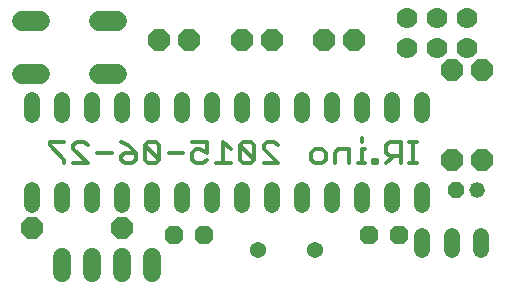
<source format=gbs>
G75*
%MOIN*%
%OFA0B0*%
%FSLAX25Y25*%
%IPPOS*%
%LPD*%
%AMOC8*
5,1,8,0,0,1.08239X$1,22.5*
%
%ADD10C,0.01300*%
%ADD11OC8,0.06200*%
%ADD12C,0.05400*%
%ADD13C,0.07000*%
%ADD14OC8,0.07200*%
%ADD15C,0.05400*%
%ADD16C,0.06000*%
%ADD17OC8,0.05200*%
%ADD18C,0.05200*%
%ADD19C,0.06600*%
D10*
X0035529Y0053550D02*
X0035529Y0054768D01*
X0030658Y0059639D01*
X0030658Y0060856D01*
X0035529Y0060856D01*
X0038577Y0059639D02*
X0039794Y0060856D01*
X0042230Y0060856D01*
X0043447Y0059639D01*
X0046495Y0057203D02*
X0051366Y0057203D01*
X0054414Y0055985D02*
X0055632Y0057203D01*
X0059285Y0057203D01*
X0059285Y0054768D01*
X0058067Y0053550D01*
X0055632Y0053550D01*
X0054414Y0054768D01*
X0054414Y0055985D01*
X0056849Y0059639D02*
X0059285Y0057203D01*
X0056849Y0059639D02*
X0054414Y0060856D01*
X0062333Y0059639D02*
X0062333Y0054768D01*
X0063551Y0053550D01*
X0065986Y0053550D01*
X0067204Y0054768D01*
X0062333Y0059639D01*
X0063551Y0060856D01*
X0065986Y0060856D01*
X0067204Y0059639D01*
X0067204Y0054768D01*
X0070252Y0057203D02*
X0075122Y0057203D01*
X0078170Y0057203D02*
X0078170Y0054768D01*
X0079388Y0053550D01*
X0081823Y0053550D01*
X0083041Y0054768D01*
X0083041Y0057203D02*
X0080606Y0058421D01*
X0079388Y0058421D01*
X0078170Y0057203D01*
X0083041Y0057203D02*
X0083041Y0060856D01*
X0078170Y0060856D01*
X0088525Y0060856D02*
X0088525Y0053550D01*
X0090960Y0053550D02*
X0086089Y0053550D01*
X0090960Y0058421D02*
X0088525Y0060856D01*
X0094008Y0059639D02*
X0098879Y0054768D01*
X0097661Y0053550D01*
X0095226Y0053550D01*
X0094008Y0054768D01*
X0094008Y0059639D01*
X0095226Y0060856D01*
X0097661Y0060856D01*
X0098879Y0059639D01*
X0098879Y0054768D01*
X0101927Y0053550D02*
X0106797Y0053550D01*
X0101927Y0058421D01*
X0101927Y0059639D01*
X0103144Y0060856D01*
X0105580Y0060856D01*
X0106797Y0059639D01*
X0117764Y0057203D02*
X0117764Y0054768D01*
X0118982Y0053550D01*
X0121417Y0053550D01*
X0122635Y0054768D01*
X0122635Y0057203D01*
X0121417Y0058421D01*
X0118982Y0058421D01*
X0117764Y0057203D01*
X0125683Y0057203D02*
X0125683Y0053550D01*
X0125683Y0057203D02*
X0126901Y0058421D01*
X0130554Y0058421D01*
X0130554Y0053550D01*
X0133398Y0053550D02*
X0135833Y0053550D01*
X0134615Y0053550D02*
X0134615Y0058421D01*
X0135833Y0058421D01*
X0134615Y0060856D02*
X0134615Y0062074D01*
X0142840Y0059639D02*
X0142840Y0057203D01*
X0144058Y0055985D01*
X0147711Y0055985D01*
X0145276Y0055985D02*
X0142840Y0053550D01*
X0139792Y0053550D02*
X0138575Y0053550D01*
X0138575Y0054768D01*
X0139792Y0054768D01*
X0139792Y0053550D01*
X0147711Y0053550D02*
X0147711Y0060856D01*
X0144058Y0060856D01*
X0142840Y0059639D01*
X0150555Y0060856D02*
X0152990Y0060856D01*
X0151773Y0060856D02*
X0151773Y0053550D01*
X0152990Y0053550D02*
X0150555Y0053550D01*
X0043447Y0053550D02*
X0038577Y0058421D01*
X0038577Y0059639D01*
X0038577Y0053550D02*
X0043447Y0053550D01*
D11*
X0072200Y0029700D03*
X0082200Y0029700D03*
X0137200Y0029700D03*
X0147200Y0029700D03*
D12*
X0154853Y0029495D02*
X0154853Y0024695D01*
X0164695Y0024695D02*
X0164695Y0029495D01*
X0174538Y0029495D02*
X0174538Y0024695D01*
X0154700Y0039800D02*
X0154700Y0044600D01*
X0144700Y0044600D02*
X0144700Y0039800D01*
X0134700Y0039800D02*
X0134700Y0044600D01*
X0124700Y0044600D02*
X0124700Y0039800D01*
X0114700Y0039800D02*
X0114700Y0044600D01*
X0104700Y0044600D02*
X0104700Y0039800D01*
X0094700Y0039800D02*
X0094700Y0044600D01*
X0084700Y0044600D02*
X0084700Y0039800D01*
X0074700Y0039800D02*
X0074700Y0044600D01*
X0064700Y0044600D02*
X0064700Y0039800D01*
X0054700Y0039800D02*
X0054700Y0044600D01*
X0044700Y0044600D02*
X0044700Y0039800D01*
X0034700Y0039800D02*
X0034700Y0044600D01*
X0024700Y0044600D02*
X0024700Y0039800D01*
X0024700Y0069800D02*
X0024700Y0074600D01*
X0034700Y0074600D02*
X0034700Y0069800D01*
X0044700Y0069800D02*
X0044700Y0074600D01*
X0054700Y0074600D02*
X0054700Y0069800D01*
X0064700Y0069800D02*
X0064700Y0074600D01*
X0074700Y0074600D02*
X0074700Y0069800D01*
X0084700Y0069800D02*
X0084700Y0074600D01*
X0094700Y0074600D02*
X0094700Y0069800D01*
X0104700Y0069800D02*
X0104700Y0074600D01*
X0114700Y0074600D02*
X0114700Y0069800D01*
X0124700Y0069800D02*
X0124700Y0074600D01*
X0134700Y0074600D02*
X0134700Y0069800D01*
X0144700Y0069800D02*
X0144700Y0074600D01*
X0154700Y0074600D02*
X0154700Y0069800D01*
D13*
X0149700Y0092200D03*
X0159700Y0092200D03*
X0169700Y0092200D03*
X0169700Y0102200D03*
X0159700Y0102200D03*
X0149700Y0102200D03*
D14*
X0132200Y0094700D03*
X0122200Y0094700D03*
X0104700Y0094700D03*
X0094700Y0094700D03*
X0077200Y0094700D03*
X0067200Y0094700D03*
X0164700Y0084700D03*
X0174700Y0084700D03*
X0174700Y0054700D03*
X0164700Y0054700D03*
X0054700Y0032200D03*
X0024700Y0032200D03*
D15*
X0100200Y0024700D03*
X0119200Y0024700D03*
D16*
X0034700Y0022400D02*
X0034700Y0017000D01*
X0044700Y0017000D02*
X0044700Y0022400D01*
X0054700Y0022400D02*
X0054700Y0017000D01*
X0064700Y0017000D02*
X0064700Y0022400D01*
D17*
X0166200Y0044700D03*
D18*
X0173200Y0044700D03*
D19*
X0053000Y0083300D02*
X0047000Y0083300D01*
X0027400Y0083300D02*
X0021400Y0083300D01*
X0021400Y0101100D02*
X0027400Y0101100D01*
X0047000Y0101100D02*
X0053000Y0101100D01*
M02*

</source>
